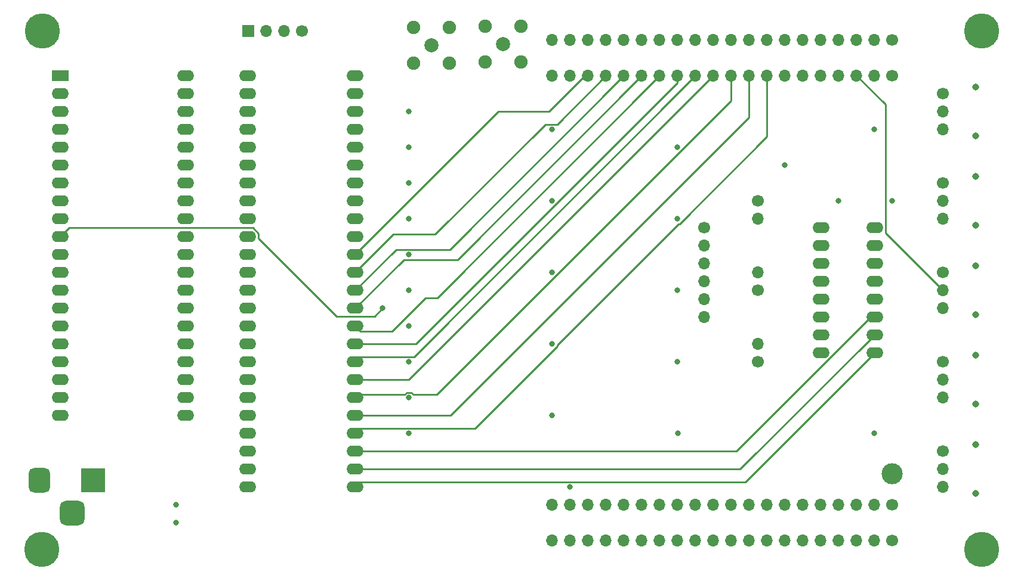
<source format=gbr>
%TF.GenerationSoftware,KiCad,Pcbnew,(6.0.5)*%
%TF.CreationDate,2022-08-06T22:36:06+10:00*%
%TF.ProjectId,glitcher,676c6974-6368-4657-922e-6b696361645f,rev?*%
%TF.SameCoordinates,Original*%
%TF.FileFunction,Copper,L3,Inr*%
%TF.FilePolarity,Positive*%
%FSLAX46Y46*%
G04 Gerber Fmt 4.6, Leading zero omitted, Abs format (unit mm)*
G04 Created by KiCad (PCBNEW (6.0.5)) date 2022-08-06 22:36:06*
%MOMM*%
%LPD*%
G01*
G04 APERTURE LIST*
G04 Aperture macros list*
%AMRoundRect*
0 Rectangle with rounded corners*
0 $1 Rounding radius*
0 $2 $3 $4 $5 $6 $7 $8 $9 X,Y pos of 4 corners*
0 Add a 4 corners polygon primitive as box body*
4,1,4,$2,$3,$4,$5,$6,$7,$8,$9,$2,$3,0*
0 Add four circle primitives for the rounded corners*
1,1,$1+$1,$2,$3*
1,1,$1+$1,$4,$5*
1,1,$1+$1,$6,$7*
1,1,$1+$1,$8,$9*
0 Add four rect primitives between the rounded corners*
20,1,$1+$1,$2,$3,$4,$5,0*
20,1,$1+$1,$4,$5,$6,$7,0*
20,1,$1+$1,$6,$7,$8,$9,0*
20,1,$1+$1,$8,$9,$2,$3,0*%
G04 Aperture macros list end*
%TA.AperFunction,ComponentPad*%
%ADD10C,2.006600*%
%TD*%
%TA.AperFunction,ComponentPad*%
%ADD11C,1.905000*%
%TD*%
%TA.AperFunction,ComponentPad*%
%ADD12C,1.700000*%
%TD*%
%TA.AperFunction,ComponentPad*%
%ADD13O,1.700000X1.700000*%
%TD*%
%TA.AperFunction,ComponentPad*%
%ADD14C,5.000000*%
%TD*%
%TA.AperFunction,ComponentPad*%
%ADD15C,0.970000*%
%TD*%
%TA.AperFunction,ComponentPad*%
%ADD16R,1.700000X1.700000*%
%TD*%
%TA.AperFunction,ComponentPad*%
%ADD17C,2.999999*%
%TD*%
%TA.AperFunction,ComponentPad*%
%ADD18O,2.400000X1.600000*%
%TD*%
%TA.AperFunction,ComponentPad*%
%ADD19R,2.400000X1.600000*%
%TD*%
%TA.AperFunction,ComponentPad*%
%ADD20R,3.500001X3.500001*%
%TD*%
%TA.AperFunction,ComponentPad*%
%ADD21RoundRect,0.750000X-0.749999X-1.000000X0.749999X-1.000000X0.749999X1.000000X-0.749999X1.000000X0*%
%TD*%
%TA.AperFunction,ComponentPad*%
%ADD22RoundRect,0.875000X-0.875000X-0.875000X0.875000X-0.875000X0.875000X0.875000X-0.875000X0.875000X0*%
%TD*%
%TA.AperFunction,ViaPad*%
%ADD23C,0.800000*%
%TD*%
%TA.AperFunction,Conductor*%
%ADD24C,0.250000*%
%TD*%
G04 APERTURE END LIST*
D10*
%TO.N,GL_HVPULSE*%
%TO.C,J_HVPULSE1*%
X144780000Y-73660000D03*
D11*
%TO.N,GND*%
X142227300Y-71107300D03*
X142227300Y-76212700D03*
X147332700Y-76212700D03*
X147332700Y-71107300D03*
%TD*%
D12*
%TO.N,GND*%
%TO.C,J4*%
X217349870Y-80561946D03*
D13*
%TO.N,X_OUT*%
X217349880Y-83101946D03*
%TO.N,GND*%
X217349880Y-85641946D03*
%TD*%
D12*
%TO.N,X_OUT*%
%TO.C,J_RIGHTEXP_OUTER1*%
X210184880Y-78021946D03*
D13*
%TO.N,Y_OUT*%
X207644880Y-78021946D03*
%TO.N,Z_OUT*%
X205104880Y-78021946D03*
%TO.N,FREE_RIGHT4*%
X202564880Y-78021946D03*
%TO.N,FPGA_GPIO_16*%
X200024880Y-78021946D03*
%TO.N,FPGA_GPIO_17*%
X197484880Y-78021946D03*
%TO.N,FPGA_GPIO_18*%
X194944880Y-78021946D03*
%TO.N,FPGA_GPIO_12*%
X192404880Y-78021946D03*
%TO.N,FPGA_GPIO_11*%
X189864880Y-78021946D03*
%TO.N,FPGA_GPIO_10*%
X187324880Y-78021946D03*
%TO.N,FPGA_GPIO_9*%
X184784880Y-78021946D03*
%TO.N,FPGA_GPIO_8*%
X182244880Y-78021946D03*
%TO.N,FPGA_GPIO_7*%
X179704880Y-78021946D03*
%TO.N,FPGA_GPIO_6*%
X177164880Y-78021946D03*
%TO.N,FPGA_GPIO_5*%
X174624880Y-78021946D03*
%TO.N,FPGA_GPIO_4*%
X172084880Y-78021946D03*
%TO.N,FPGA_GPIO_3*%
X169544880Y-78021946D03*
%TO.N,FPGA_GPIO_2*%
X167004880Y-78021946D03*
%TO.N,VCC_3V3_ALWAYS*%
X164464880Y-78021946D03*
%TO.N,GND*%
X161924880Y-78021946D03*
%TD*%
D14*
%TO.N,N/C*%
%TO.C,REF\u002A\u002A*%
X222884880Y-145331946D03*
%TD*%
D12*
%TO.N,GND*%
%TO.C,J_LEFTEXP1*%
X210184880Y-144061946D03*
D13*
%TO.N,FREE_LEFT2*%
X207644880Y-144061946D03*
%TO.N,RPI_GP2*%
X205104880Y-144061946D03*
%TO.N,RPI_GP3*%
X202564880Y-144061946D03*
%TO.N,RPI_GP4*%
X200024880Y-144061946D03*
%TO.N,RPI_GP5*%
X197484880Y-144061946D03*
%TO.N,RPI_GP6*%
X194944880Y-144061946D03*
%TO.N,RPI_GP7*%
X192404880Y-144061946D03*
%TO.N,RPI_GP8*%
X189864880Y-144061946D03*
%TO.N,RPI_GP9*%
X187324880Y-144061946D03*
%TO.N,RPI_GP10*%
X184784880Y-144061946D03*
%TO.N,RPI_GP11*%
X182244880Y-144061946D03*
%TO.N,RPI_GP12*%
X179704880Y-144061946D03*
%TO.N,RPI_GP13*%
X177164880Y-144061946D03*
%TO.N,RPI_GP14*%
X174624880Y-144061946D03*
%TO.N,RPI_GP15*%
X172084880Y-144061946D03*
%TO.N,FREE_LEFT17*%
X169544880Y-144061946D03*
%TO.N,FREE_LEFT18*%
X167004880Y-144061946D03*
%TO.N,VCC_SWITCHED*%
X164464880Y-144061946D03*
%TO.N,GND*%
X161924880Y-144061946D03*
%TD*%
D12*
%TO.N,GND*%
%TO.C,J_LEFTEXP_OUTER1*%
X210184882Y-138981938D03*
D13*
%TO.N,FREE_LEFT2*%
X207644880Y-138981946D03*
%TO.N,RPI_GP2*%
X205104880Y-138981946D03*
%TO.N,RPI_GP3*%
X202564880Y-138981946D03*
%TO.N,RPI_GP4*%
X200024880Y-138981946D03*
%TO.N,RPI_GP5*%
X197484880Y-138981946D03*
%TO.N,RPI_GP6*%
X194944880Y-138981946D03*
%TO.N,RPI_GP7*%
X192404880Y-138981946D03*
%TO.N,RPI_GP8*%
X189864880Y-138981946D03*
%TO.N,RPI_GP9*%
X187324880Y-138981946D03*
%TO.N,RPI_GP10*%
X184784880Y-138981946D03*
%TO.N,RPI_GP11*%
X182244880Y-138981946D03*
%TO.N,RPI_GP12*%
X179704880Y-138981946D03*
%TO.N,RPI_GP13*%
X177164880Y-138981946D03*
%TO.N,RPI_GP14*%
X174624880Y-138981946D03*
%TO.N,RPI_GP15*%
X172084880Y-138981946D03*
%TO.N,FREE_LEFT17*%
X169544880Y-138981946D03*
%TO.N,FREE_LEFT18*%
X167004880Y-138981946D03*
%TO.N,VCC_SWITCHED*%
X164464880Y-138981946D03*
%TO.N,GND*%
X161924882Y-138981938D03*
%TD*%
D15*
%TO.N,GND*%
%TO.C,HS2_OUT1*%
X221984880Y-124694446D03*
X221984880Y-117709446D03*
%TD*%
D12*
%TO.N,GND*%
%TO.C,J2*%
X183514880Y-99611946D03*
D13*
%TO.N,VCC_3V3*%
X183514880Y-102151946D03*
%TO.N,VCC_2V5*%
X183514880Y-104691946D03*
%TO.N,VCC_1V8*%
X183514880Y-107231946D03*
%TO.N,VCC_1V2*%
X183514880Y-109771946D03*
%TO.N,VCC_VADJ*%
X183514880Y-112311946D03*
%TD*%
D15*
%TO.N,GND*%
%TO.C,SMA_Y1*%
X221984880Y-99294446D03*
X221984880Y-92309446D03*
%TD*%
%TO.N,GND*%
%TO.C,TRIG_IN1*%
X221984880Y-130409446D03*
X221984880Y-137394446D03*
%TD*%
D12*
%TO.N,GND*%
%TO.C,J7*%
X217349870Y-105961946D03*
D13*
%TO.N,Z_OUT*%
X217349880Y-108501946D03*
%TO.N,GND*%
X217349880Y-111041946D03*
%TD*%
D12*
%TO.N,VCC*%
%TO.C,J_EXT_UART1*%
X126429167Y-71671948D03*
D13*
%TO.N,RPI_GP0*%
X123889166Y-71671946D03*
%TO.N,RPI_GP1*%
X121349166Y-71671946D03*
D16*
%TO.N,GND*%
X118809167Y-71671948D03*
%TD*%
D12*
%TO.N,X_OUT*%
%TO.C,J_RIGHTEXP1*%
X210184880Y-72941946D03*
D13*
%TO.N,Y_OUT*%
X207644880Y-72941946D03*
%TO.N,Z_OUT*%
X205104880Y-72941946D03*
%TO.N,FREE_RIGHT4*%
X202564880Y-72941946D03*
%TO.N,FPGA_GPIO_16*%
X200024880Y-72941946D03*
%TO.N,FPGA_GPIO_17*%
X197484880Y-72941946D03*
%TO.N,FPGA_GPIO_18*%
X194944880Y-72941946D03*
%TO.N,FPGA_GPIO_12*%
X192404880Y-72941946D03*
%TO.N,FPGA_GPIO_11*%
X189864880Y-72941946D03*
%TO.N,FPGA_GPIO_10*%
X187324880Y-72941946D03*
%TO.N,FPGA_GPIO_9*%
X184784880Y-72941946D03*
%TO.N,FPGA_GPIO_8*%
X182244880Y-72941946D03*
%TO.N,FPGA_GPIO_7*%
X179704880Y-72941946D03*
%TO.N,FPGA_GPIO_6*%
X177164880Y-72941946D03*
%TO.N,FPGA_GPIO_5*%
X174624880Y-72941946D03*
%TO.N,FPGA_GPIO_4*%
X172084880Y-72941946D03*
%TO.N,FPGA_GPIO_3*%
X169544880Y-72941946D03*
%TO.N,FPGA_GPIO_2*%
X167004880Y-72941946D03*
%TO.N,VCC_3V3_ALWAYS*%
X164464880Y-72941946D03*
%TO.N,GND*%
X161924880Y-72941946D03*
%TD*%
D14*
%TO.N,N/C*%
%TO.C,REF\u002A\u002A*%
X222884880Y-71671946D03*
%TD*%
D12*
%TO.N,GND*%
%TO.C,J5*%
X217349870Y-93261946D03*
D13*
%TO.N,Y_OUT*%
X217349880Y-95801946D03*
%TO.N,GND*%
X217349880Y-98341946D03*
%TD*%
D12*
%TO.N,GND*%
%TO.C,J6*%
X217349870Y-131361946D03*
D13*
%TO.N,TRIG_IN*%
X217349880Y-133901946D03*
%TO.N,GND*%
X217349880Y-136441946D03*
%TD*%
D14*
%TO.N,N/C*%
%TO.C,REF\u002A\u002A*%
X89599166Y-71671946D03*
%TD*%
D17*
%TO.N,GL_GATE*%
%TO.C,REF\u002A\u002A*%
X210184880Y-134536946D03*
%TD*%
D12*
%TO.N,Net-(PINS_Z_INPUT1-Pad1)*%
%TO.C,PINS_Z_INPUT1*%
X191134880Y-118661946D03*
D13*
%TO.N,Net-(PINS_Z_INPUT1-Pad2)*%
X191134880Y-116121946D03*
%TD*%
D18*
%TO.N,MAX4619_C*%
%TO.C,U2*%
X133984884Y-136441938D03*
%TO.N,MAX4619_B*%
X133984880Y-133901946D03*
%TO.N,MAX4619_A*%
X133984880Y-131361946D03*
%TO.N,FPGA_GPIO_12*%
X133984880Y-128821946D03*
%TO.N,FPGA_GPIO_11*%
X133984880Y-126281946D03*
%TO.N,FPGA_GPIO_10*%
X133984880Y-123741946D03*
%TO.N,FPGA_GPIO_9*%
X133984880Y-121201946D03*
%TO.N,FPGA_GPIO_8*%
X133984880Y-118661946D03*
%TO.N,FPGA_GPIO_7*%
X133984880Y-116121946D03*
%TO.N,FPGA_GPIO_6*%
X133984880Y-113581946D03*
%TO.N,FPGA_GPIO_5*%
X133984880Y-111041946D03*
%TO.N,FPGA_GPIO_4*%
X133984880Y-108501946D03*
%TO.N,FPGA_GPIO_3*%
X133984880Y-105961946D03*
%TO.N,FPGA_GPIO_2*%
X133984880Y-103421946D03*
%TO.N,FPGA_GPIO_1*%
X133984880Y-100881946D03*
%TO.N,unconnected-(U2-Pad16)*%
X133984880Y-98341946D03*
%TO.N,FPGA_GPIO_16*%
X133984880Y-95801946D03*
%TO.N,FPGA_GPIO_17*%
X133984880Y-93261946D03*
%TO.N,FPGA_GPIO_18*%
X133984880Y-90721946D03*
%TO.N,unconnected-(U2-Pad20)*%
X133984880Y-88181946D03*
%TO.N,unconnected-(U2-Pad21)*%
X133984880Y-85641946D03*
%TO.N,GL_TRIG2*%
X133984880Y-83101946D03*
%TO.N,GL_HVPULSE*%
X133984880Y-80561946D03*
%TO.N,Net-(FB1-Pad2)*%
X133984880Y-78021946D03*
%TO.N,GND*%
X118744880Y-78021946D03*
%TO.N,RPI_GP0*%
X118744880Y-80561946D03*
%TO.N,RPI_GP1*%
X118744880Y-83101946D03*
%TO.N,FPGA_3*%
X118744880Y-85641946D03*
%TO.N,FPGA_4*%
X118744880Y-88181946D03*
%TO.N,unconnected-(U2-Pad30)*%
X118744880Y-90721946D03*
%TO.N,unconnected-(U2-Pad31)*%
X118744880Y-93261946D03*
%TO.N,unconnected-(U2-Pad32)*%
X118744880Y-95801946D03*
%TO.N,unconnected-(U2-Pad33)*%
X118744880Y-98341946D03*
%TO.N,unconnected-(U2-Pad34)*%
X118744880Y-100881946D03*
%TO.N,unconnected-(U2-Pad35)*%
X118744880Y-103421946D03*
%TO.N,unconnected-(U2-Pad36)*%
X118744880Y-105961946D03*
%TO.N,unconnected-(U2-Pad37)*%
X118744880Y-108501946D03*
%TO.N,unconnected-(U2-Pad38)*%
X118744880Y-111041946D03*
%TO.N,unconnected-(U2-Pad39)*%
X118744880Y-113581946D03*
%TO.N,unconnected-(U2-Pad40)*%
X118744880Y-116121946D03*
%TO.N,unconnected-(U2-Pad41)*%
X118744880Y-118661946D03*
%TO.N,unconnected-(U2-Pad42)*%
X118744880Y-121201946D03*
%TO.N,unconnected-(U2-Pad43)*%
X118744880Y-123741946D03*
%TO.N,unconnected-(U2-Pad44)*%
X118744880Y-126281946D03*
%TO.N,unconnected-(U2-Pad45)*%
X118744880Y-128821946D03*
%TO.N,unconnected-(U2-Pad46)*%
X118744880Y-131361946D03*
%TO.N,GL_GATE*%
X118744880Y-133901946D03*
%TO.N,TRIG_IN*%
X118744880Y-136441946D03*
%TD*%
D10*
%TO.N,GL_TRIG2*%
%TO.C,J_TRIG2*%
X154940000Y-73538000D03*
D11*
%TO.N,GND*%
X152387300Y-70985300D03*
X152387300Y-76090704D03*
X157492700Y-76090704D03*
X157492700Y-70985304D03*
%TD*%
D18*
%TO.N,Net-(PINS_Y_INPUT1-Pad2)*%
%TO.C,U3*%
X200034888Y-99601938D03*
%TO.N,Net-(PINS_Y_INPUT1-Pad1)*%
X200034880Y-102141946D03*
%TO.N,Net-(PINS_Z_INPUT1-Pad2)*%
X200034880Y-104681946D03*
%TO.N,Z_OUT*%
X200034880Y-107221946D03*
%TO.N,Net-(PINS_Z_INPUT1-Pad1)*%
X200034880Y-109761946D03*
%TO.N,MAX4619_EN*%
X200034880Y-112301946D03*
%TO.N,unconnected-(U3-Pad7)*%
X200034880Y-114841946D03*
%TO.N,GND*%
X200034880Y-117381946D03*
%TO.N,MAX4619_C*%
X207654880Y-117381946D03*
%TO.N,MAX4619_B*%
X207654880Y-114841946D03*
%TO.N,MAX4619_A*%
X207654880Y-112301946D03*
%TO.N,Net-(PINS_X_INPUT1-Pad2)*%
X207654880Y-109761946D03*
%TO.N,Net-(PINS_X_INPUT1-Pad1)*%
X207654880Y-107221946D03*
%TO.N,X_OUT*%
X207654880Y-104681946D03*
%TO.N,Y_OUT*%
X207654880Y-102141946D03*
%TO.N,VCC_3V3_ALWAYS*%
X207654880Y-99601946D03*
%TD*%
D19*
%TO.N,RPI_GP0*%
%TO.C,U1*%
X92134166Y-78026946D03*
D18*
%TO.N,RPI_GP1*%
X92134166Y-80566946D03*
%TO.N,GND*%
X92134166Y-83106946D03*
%TO.N,RPI_GP2*%
X92134166Y-85646946D03*
%TO.N,RPI_GP3*%
X92134166Y-88186946D03*
%TO.N,RPI_GP4*%
X92134166Y-90726946D03*
%TO.N,RPI_GP5*%
X92134166Y-93266946D03*
%TO.N,GND*%
X92134166Y-95806946D03*
%TO.N,RPI_GP6*%
X92134166Y-98346946D03*
%TO.N,RPI_GP7*%
X92134166Y-100886946D03*
%TO.N,RPI_GP8*%
X92134166Y-103426946D03*
%TO.N,RPI_GP9*%
X92134166Y-105966946D03*
%TO.N,GND*%
X92134166Y-108506946D03*
%TO.N,RPI_GP10*%
X92134166Y-111046946D03*
%TO.N,RPI_GP11*%
X92134166Y-113586946D03*
%TO.N,RPI_GP12*%
X92134166Y-116126946D03*
%TO.N,RPI_GP13*%
X92134166Y-118666946D03*
%TO.N,GND*%
X92134166Y-121206946D03*
%TO.N,RPI_GP14*%
X92134166Y-123746946D03*
%TO.N,RPI_GP15*%
X92134166Y-126286946D03*
%TO.N,RPI_GP16*%
X109914166Y-126286946D03*
%TO.N,RPI_GP17*%
X109914166Y-123746946D03*
%TO.N,GND*%
X109914166Y-121206946D03*
%TO.N,unconnected-(U1-Pad24)*%
X109914166Y-118666946D03*
%TO.N,unconnected-(U1-Pad25)*%
X109914166Y-116126946D03*
%TO.N,unconnected-(U1-Pad26)*%
X109914166Y-113586946D03*
%TO.N,FPGA_4*%
X109914166Y-111046946D03*
%TO.N,unconnected-(U1-Pad28)*%
X109914166Y-108506946D03*
%TO.N,FPGA_3*%
X109914166Y-105966946D03*
%TO.N,unconnected-(U1-Pad30)*%
X109914166Y-103426946D03*
%TO.N,Net-(TP2-Pad1)*%
X109914166Y-100886946D03*
%TO.N,Net-(TP1-Pad1)*%
X109914166Y-98346946D03*
%TO.N,unconnected-(U1-Pad33)*%
X109914166Y-95806946D03*
%TO.N,unconnected-(U1-Pad34)*%
X109914166Y-93266946D03*
%TO.N,unconnected-(U1-Pad35)*%
X109914166Y-90726946D03*
%TO.N,unconnected-(U1-Pad36)*%
X109914166Y-88186946D03*
%TO.N,unconnected-(U1-Pad37)*%
X109914166Y-85646946D03*
%TO.N,GND*%
X109914166Y-83106946D03*
%TO.N,Net-(JP2-Pad1)*%
X109914166Y-80566946D03*
%TO.N,unconnected-(U1-Pad40)*%
X109914166Y-78026946D03*
%TD*%
D20*
%TO.N,VCC*%
%TO.C,J1*%
X96804890Y-135484438D03*
D21*
%TO.N,GND*%
X89184890Y-135484438D03*
D22*
%TO.N,N/C*%
X93804892Y-140184442D03*
%TD*%
D14*
%TO.N,N/C*%
%TO.C,REF\u002A\u002A*%
X89534879Y-145331946D03*
%TD*%
D12*
%TO.N,GND*%
%TO.C,J3*%
X217349870Y-118661946D03*
D13*
%TO.N,HS2_OUT*%
X217349880Y-121201946D03*
%TO.N,GND*%
X217349880Y-123741946D03*
%TD*%
D12*
%TO.N,Net-(PINS_Y_INPUT1-Pad1)*%
%TO.C,PINS_Y_INPUT1*%
X191134880Y-108501946D03*
D13*
%TO.N,Net-(PINS_Y_INPUT1-Pad2)*%
X191134880Y-105961946D03*
%TD*%
D15*
%TO.N,GND*%
%TO.C,SMA_Z1*%
X221984880Y-111994446D03*
X221984880Y-105009446D03*
%TD*%
%TO.N,GND*%
%TO.C,SMA_X1*%
X221984880Y-86594446D03*
X221984880Y-79609446D03*
%TD*%
D12*
%TO.N,Net-(PINS_X_INPUT1-Pad1)*%
%TO.C,PINS_X_INPUT1*%
X191134880Y-95801946D03*
D13*
%TO.N,Net-(PINS_X_INPUT1-Pad2)*%
X191134880Y-98341946D03*
%TD*%
D23*
%TO.N,GND*%
X161924880Y-105961946D03*
X141604880Y-98341946D03*
X179704880Y-118661946D03*
X179769166Y-128821946D03*
X179704880Y-108501946D03*
X161924880Y-126281946D03*
X179704880Y-98341946D03*
X141604880Y-108501946D03*
X179704880Y-88181946D03*
X207644880Y-128821946D03*
X141604880Y-118661946D03*
X141604880Y-128821946D03*
X108584880Y-141521946D03*
X161924880Y-85641946D03*
X141604880Y-88181946D03*
X161924880Y-95801946D03*
X161924880Y-116121946D03*
%TO.N,VCC*%
X108584880Y-138981946D03*
%TO.N,VCC_3V3_ALWAYS*%
X207644880Y-85641946D03*
X210184880Y-95801946D03*
%TO.N,MAX4619_EN*%
X202564880Y-95801946D03*
%TO.N,RPI_GP7*%
X137859166Y-111041946D03*
%TO.N,VCC_SWITCHED*%
X164464880Y-136441946D03*
X141604880Y-113581946D03*
X141604880Y-123741946D03*
X141604880Y-93261946D03*
X141604880Y-103421946D03*
X194944880Y-90721946D03*
X141604880Y-83101946D03*
%TD*%
D24*
%TO.N,Z_OUT*%
X209179400Y-82096466D02*
X205104880Y-78021946D01*
X209179400Y-100331466D02*
X209179400Y-82096466D01*
X217349880Y-108501946D02*
X209179400Y-100331466D01*
%TO.N,FPGA_GPIO_12*%
X192404880Y-86666560D02*
X192404880Y-78021946D01*
X134709391Y-128097435D02*
X150974005Y-128097435D01*
X180004983Y-99066457D02*
X192404880Y-86666560D01*
X162649391Y-116422049D02*
X162649391Y-116248029D01*
X150974005Y-128097435D02*
X162649391Y-116422049D01*
X162649391Y-116248029D02*
X179830963Y-99066457D01*
X179830963Y-99066457D02*
X180004983Y-99066457D01*
X133984880Y-128821946D02*
X134709391Y-128097435D01*
%TO.N,FPGA_GPIO_11*%
X133984880Y-126281946D02*
X147535474Y-126281946D01*
X189864880Y-83952540D02*
X189864880Y-78021946D01*
X147535474Y-126281946D02*
X189864880Y-83952540D01*
%TO.N,FPGA_GPIO_10*%
X145588900Y-123322540D02*
X187324880Y-81586560D01*
X133984880Y-123741946D02*
X134404286Y-123322540D01*
X134404286Y-123322540D02*
X140999672Y-123322540D01*
X142210088Y-123322540D02*
X145588900Y-123322540D01*
X187324880Y-81586560D02*
X187324880Y-78021946D01*
X140999672Y-123322540D02*
X141304777Y-123017435D01*
X141304777Y-123017435D02*
X141904983Y-123017435D01*
X141904983Y-123017435D02*
X142210088Y-123322540D01*
%TO.N,FPGA_GPIO_9*%
X184784880Y-78021946D02*
X141604880Y-121201946D01*
X141604880Y-121201946D02*
X133984880Y-121201946D01*
%TO.N,FPGA_GPIO_8*%
X133984880Y-118661946D02*
X134709391Y-117937435D01*
X134709391Y-117937435D02*
X142329391Y-117937435D01*
X142329391Y-117937435D02*
X182244880Y-78021946D01*
%TO.N,FPGA_GPIO_7*%
X179704880Y-79046560D02*
X179704880Y-78021946D01*
X142629494Y-116121946D02*
X179704880Y-79046560D01*
X133984880Y-116121946D02*
X142629494Y-116121946D01*
%TO.N,FPGA_GPIO_6*%
X134709391Y-114306457D02*
X139190963Y-114306457D01*
X143919922Y-109577498D02*
X145609328Y-109577498D01*
X133984880Y-113581946D02*
X134709391Y-114306457D01*
X145609328Y-109577498D02*
X177164880Y-78021946D01*
X139190963Y-114306457D02*
X143919922Y-109577498D01*
%TO.N,FPGA_GPIO_5*%
X140880369Y-104146457D02*
X148500369Y-104146457D01*
X133984880Y-111041946D02*
X140880369Y-104146457D01*
X148500369Y-104146457D02*
X174624880Y-78021946D01*
%TO.N,FPGA_GPIO_4*%
X147409391Y-102697435D02*
X172084880Y-78021946D01*
X133984880Y-108501946D02*
X139789391Y-102697435D01*
X139789391Y-102697435D02*
X147409391Y-102697435D01*
%TO.N,FPGA_GPIO_3*%
X145313333Y-100564087D02*
X160959985Y-84917435D01*
X139382739Y-100564087D02*
X145313333Y-100564087D01*
X162649391Y-84917435D02*
X169544880Y-78021946D01*
X133984880Y-105961946D02*
X139382739Y-100564087D01*
X160959985Y-84917435D02*
X162649391Y-84917435D01*
%TO.N,FPGA_GPIO_2*%
X133984880Y-103421946D02*
X154304880Y-83101946D01*
X166585474Y-78021946D02*
X167004880Y-78021946D01*
X161505474Y-83101946D02*
X166585474Y-78021946D01*
X154304880Y-83101946D02*
X161505474Y-83101946D01*
%TO.N,MAX4619_C*%
X133984884Y-136441938D02*
X134709387Y-135717435D01*
X189319391Y-135717435D02*
X207654880Y-117381946D01*
X134709387Y-135717435D02*
X189319391Y-135717435D01*
%TO.N,MAX4619_B*%
X188594880Y-133901946D02*
X207654880Y-114841946D01*
X133984880Y-133901946D02*
X188594880Y-133901946D01*
%TO.N,MAX4619_A*%
X188045191Y-131361946D02*
X207105191Y-112301946D01*
X133984880Y-131361946D02*
X188045191Y-131361946D01*
%TO.N,RPI_GP7*%
X137859166Y-111041946D02*
X136729646Y-112171466D01*
X120269400Y-100416155D02*
X119465193Y-99611948D01*
X131304398Y-112171466D02*
X120269400Y-101136468D01*
X119465193Y-99611948D02*
X93409164Y-99611948D01*
X136729646Y-112171466D02*
X131304398Y-112171466D01*
X93409164Y-99611948D02*
X92134166Y-100886946D01*
X120269400Y-101136468D02*
X120269400Y-100416155D01*
%TD*%
M02*

</source>
